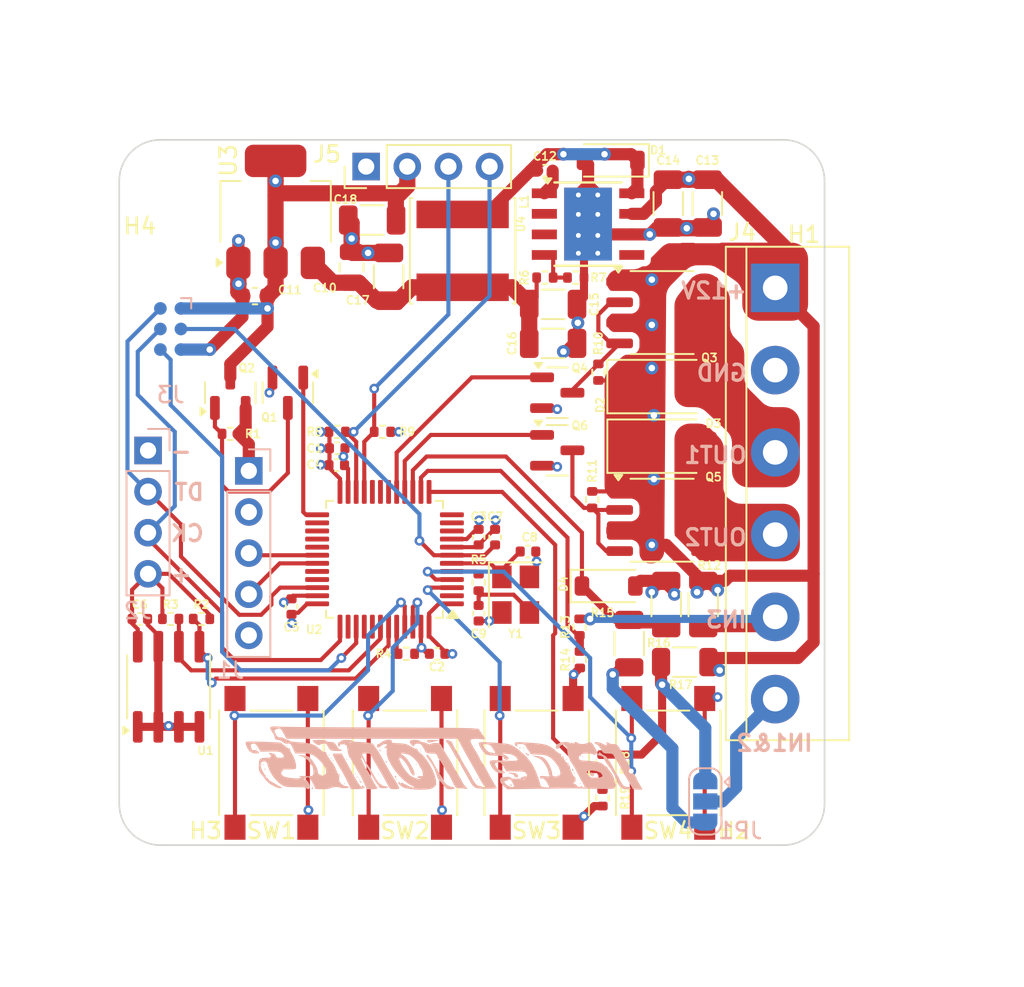
<source format=kicad_pcb>
(kicad_pcb (version 20240108) (generator "pcbnew") (generator_version "8.0")
  (layers (0 "F.Cu" signal) (1 "In1.Cu" signal) (2 "In2.Cu" signal) (31 "B.Cu" signal) (34 "B.Paste" user) (35 "F.Paste" user) (36 "B.SilkS" user "B.Silkscreen") (37 "F.SilkS" user "F.Silkscreen") (38 "B.Mask" user) (39 "F.Mask" user) (44 "Edge.Cuts" user))
  (net 0 "")
  (net 1 "+3V3")
  (net 2 "GND")
  (net 3 "/RST")
  (net 4 "/XTALI")
  (net 5 "/XTALR")
  (net 6 "+5V")
  (net 7 "/BT")
  (net 8 "+12V")
  (net 9 "/SNS3")
  (net 10 "/OUT1")
  (net 11 "/OUT2")
  (net 12 "Net-(J1-Pin_1)")
  (net 14 "/GPS_RX")
  (net 15 "/GPS_TX")
  (net 16 "/SWDIO")
  (net 17 "/SWCLK")
  (net 18 "/SNS2")
  (net 19 "/SNS1")
  (net 20 "/SDAD")
  (net 21 "/SCLD")
  (net 22 "Net-(Q1-D)")
  (net 23 "/PGPS")
  (net 24 "/Output1/PDRV")
  (net 25 "/DRV1")
  (net 26 "/Output2/PDRV")
  (net 27 "/DRV2")
  (net 29 "/SDAE")
  (net 30 "/SCLE")
  (net 31 "/BOOT0")
  (net 32 "/XTALO")
  (net 33 "/VSNS")
  (net 34 "/BTN1")
  (net 35 "/BTN2")
  (net 36 "/BTN3")
  (net 37 "/BTN4")
  (net 38 "Net-(D1-K)")
  (net 53 "/SIG1")
  (net 54 "/SWO")
  (net 55 "/SIG2")
  (net 56 "/SIG3")
  (net 57 "Net-(J4-Pin_6)")
  (footprint "Package_TO_SOT_SMD:SOT-223-3_TabPin2" (layer "F.Cu") (at 83.316384 52.712046 90)
    (property "Reference" "U3")
    (property "Value" "AMS1117-3.3")
  )
  (footprint "Capacitor_SMD:C_0402_1005Metric" (layer "F.Cu") (at 96.8725 72.799001 90)
    (property "Reference" "C7")
    (property "Value" "100n")
  )
  (footprint "Capacitor_SMD:C_1206_3216Metric" (layer "F.Cu") (at 100.457001 58.42)
    (property "Reference" "C15")
    (property "Value" "47u")
  )
  (footprint "Capacitor_SMD:C_0805_2012Metric" (layer "F.Cu") (at 88.011001 56.134 90)
    (property "Reference" "C10")
    (property "Value" "22u")
  )
  (footprint "Resistor_SMD:R_0402_1005Metric" (layer "F.Cu") (at 103.251001 62.611 90)
    (property "Reference" "R10")
    (property "Value" "4k7")
  )
  (footprint "Inductor_SMD:L_Changjiang_FNR6020S" (layer "F.Cu") (at 94.869001 55.118 -90)
    (property "Reference" "L1")
    (property "Value" "15u")
  )
  (footprint "Resistor_SMD:R_0402_1005Metric" (layer "F.Cu") (at 102.087624 78.359 -90)
    (property "Reference" "R13")
    (property "Value" "22k")
  )
  (footprint "Capacitor_SMD:C_1206_3216Metric" (layer "F.Cu") (at 90.297001 56.720001 90)
    (property "Reference" "C17")
    (property "Value" "47u")
  )
  (footprint "Resistor_SMD:R_0402_1005Metric" (layer "F.Cu") (at 102.108 80.370624 -90)
    (property "Reference" "R14")
    (property "Value" "4k7")
  )
  (footprint "Resistor_SMD:R_1206_3216Metric" (layer "F.Cu") (at 105.156 79.375 90)
    (property "Reference" "R15")
    (property "Value" "18k")
  )
  (footprint "Diode_SMD:D_SMA" (layer "F.Cu") (at 107.315001 67.183)
    (property "Reference" "D3")
    (property "Value" "SS54")
  )
  (footprint "Resistor_SMD:R_0402_1005Metric" (layer "F.Cu") (at 76.835001 77.851)
    (property "Reference" "R3")
    (property "Value" "4k7")
  )
  (footprint "Capacitor_SMD:C_0402_1005Metric" (layer "F.Cu") (at 93.295039 80.005168 180)
    (property "Reference" "C2")
    (property "Value" "100n")
  )
  (footprint "Diode_SMD:D_SOD-123" (layer "F.Cu") (at 103.886 75.819)
    (property "Reference" "D4")
    (property "Value" "MM1Z3V3")
  )
  (footprint "Capacitor_SMD:C_0402_1005Metric" (layer "F.Cu") (at 87.0935 68.354)
    (property "Reference" "C4")
    (property "Value" "100n")
  )
  (footprint "Package_SO:TI_SO-PowerPAD-8_ThermalVias" (layer "F.Cu") (at 102.616001 53.467)
    (property "Reference" "U4")
    (property "Value" "TPS5430DDA")
  )
  (footprint "Resistor_SMD:R_0402_1005Metric" (layer "F.Cu") (at 103.505 88.9 -90)
    (property "Reference" "R19")
    (property "Value" "4k7")
  )
  (footprint "Capacitor_SMD:C_0402_1005Metric" (layer "F.Cu") (at 87.122 67.31)
    (property "Reference" "C1")
    (property "Value" "10u")
  )
  (footprint "Resistor_SMD:R_0402_1005Metric" (layer "F.Cu") (at 91.390038 80.005166 180)
    (property "Reference" "R4")
    (property "Value" "10k")
  )
  (footprint "Button_Switch_SMD:SW_Push_1P1T_NO_6x6mm_H9.5mm" (layer "F.Cu") (at 99.441 86.741 90)
    (property "Reference" "SW3")
    (property "Value" "SW_Push")
  )
  (footprint "Resistor_SMD:R_0402_1005Metric" (layer "F.Cu") (at 99.949001 56.769)
    (property "Reference" "R6")
    (property "Value" "10k")
  )
  (footprint "Package_SO:SOIC-8_3.9x4.9mm_P1.27mm" (layer "F.Cu") (at 76.708001 82.042 90)
    (property "Reference" "U1")
    (property "Value" "AT24CS32-SSHM")
  )
  (footprint "Package_SO:SOP-8_3.9x4.9mm_P1.27mm" (layer "F.Cu") (at 107.188001 58.928)
    (property "Reference" "Q3")
    (property "Value" "Q_Dual_PMOS_S1G1S2G2D2D2D1D1")
  )
  (footprint "Capacitor_SMD:C_0402_1005Metric" (layer "F.Cu") (at 99.949001 50.165 180)
    (property "Reference" "C12")
    (property "Value" "10n")
  )
  (footprint "Connector_PinHeader_2.54mm:PinHeader_1x04_P2.54mm_Vertical" (layer "F.Cu") (at 88.910001 49.911001 90)
    (property "Reference" "J5")
    (property "Value" "Conn_01x04_Pin")
  )
  (footprint "Capacitor_SMD:C_0402_1005Metric" (layer "F.Cu") (at 95.8565 77.498 90)
    (property "Reference" "C9")
    (property "Value" "10p")
  )
  (footprint "Button_Switch_SMD:SW_Push_1P1T_NO_6x6mm_H9.5mm" (layer "F.Cu") (at 83.058 86.741 90)
    (property "Reference" "SW1")
    (property "Value" "SW_Push")
  )
  (footprint "Package_TO_SOT_SMD:SOT-23" (layer "F.Cu") (at 100.711 63.881)
    (property "Reference" "Q4")
    (property "Value" "AO3400A")
  )
  (footprint "Diode_SMD:D_SMA" (layer "F.Cu") (at 107.315001 63.5)
    (property "Reference" "D2")
    (property "Value" "SS54")
  )
  (footprint "Package_TO_SOT_SMD:SOT-23" (layer "F.Cu") (at 84.074 63.881 -90)
    (property "Reference" "Q1")
    (property "Value" "AO3400A")
  )
  (footprint "Capacitor_SMD:C_1206_3216Metric" (layer "F.Cu") (at 109.982001 52.197 -90)
    (property "Reference" "C13")
    (property "Value" "22u")
  )
  (footprint "Resistor_SMD:R_0402_1005Metric" (layer "F.Cu") (at 103.505 86.741 -90)
    (property "Reference" "R18")
    (property "Value" "22k")
  )
  (footprint "MountingHole:MountingHole_3.2mm_M3" (layer "F.Cu") (at 114.681 50.8)
    (property "Reference" "H1")
    (property "Value" "MountingHole")
  )
  (footprint "Package_TO_SOT_SMD:SOT-23" (layer "F.Cu") (at 80.518 63.881 90)
    (property "Reference" "Q2")
    (property "Value" "AO3401A")
  )
  (footprint "Resistor_SMD:R_0402_1005Metric" (layer "F.Cu") (at 78.740001 77.851 180)
    (property "Reference" "R2")
    (property "Value" "4k7")
  )
  (footprint "Capacitor_SMD:C_0402_1005Metric" (layer "F.Cu") (at 84.2995 77.089 90)
    (property "Reference" "C5")
    (property "Value" "100n")
  )
  (footprint "Package_TO_SOT_SMD:SOT-23" (layer "F.Cu") (at 100.711 67.437)
    (property "Reference" "Q6")
    (property "Value" "AO3400A")
  )
  (footprint "Capacitor_SMD:C_1206_3216Metric" (layer "F.Cu") (at 100.457001 60.833)
    (property "Reference" "C16")
    (property "Value" "47u")
  )
  (footprint "Capacitor_SMD:C_1206_3216Metric" (layer "F.Cu") (at 107.569001 52.197 -90)
    (property "Reference" "C14")
    (property "Value" "22u")
  )
  (footprint "Capacitor_SMD:C_0402_1005Metric" (layer "F.Cu") (at 74.930001 77.851)
    (property "Reference" "C6")
    (property "Value" "100n")
  )
  (footprint "Button_Switch_SMD:SW_Push_1P1T_NO_6x6mm_H9.5mm" (layer "F.Cu") (at 107.569 86.741 90)
    (property "Reference" "SW4")
    (property "Value" "SW_Push")
  )
  (footprint "Resistor_SMD:R_0402_1005Metric" (layer "F.Cu") (at 89.916 66.294 180)
    (property "Reference" "R9")
    (property "Value" "10k")
  )
  (footprint "MountingHole:MountingHole_3.2mm_M3" (layer "F.Cu") (at 114.681001 89.281001)
    (property "Reference" "H2")
    (property "Value" "MountingHole")
  )
  (footprint "Resistor_SMD:R_0402_1005Metric" (layer "F.Cu") (at 80.518 66.421)
    (property "Reference" "R1")
    (property "Value" "10k")
  )
  (footprint "Capacitor_SMD:C_0402_1005Metric" (layer "F.Cu") (at 95.8565 72.799001 -90)
    (property "Reference" "C3")
    (property "Value" "100n")
  )
  (footprint "Package_SO:SOP-8_3.9x4.9mm_P1.27mm" (layer "F.Cu") (at 107.188001 71.755)
    (property "Reference" "Q5")
    (property "Value" "Q_Dual_PMOS_S1G1S2G2D2D2D1D1")
  )
  (footprint "Resistor_SMD:R_0402_1005Metric" (layer "F.Cu") (at 87.122 66.294)
    (property "Reference" "R8")
    (property "Value" "10k")
  )
  (footprint "Crystal:Crystal_SMD_3225-4Pin_3.2x2.5mm" (layer "F.Cu") (at 98.142499 76.355 -90)
    (property "Reference" "Y1")
    (property "Value" "16MHz")
  )
  (footprint "Package_QFP:LQFP-48_7x7mm_P0.5mm" (layer "F.Cu") (at 90.043 74.168 180)
    (property "Reference" "U2")
    (property "Value" "STM32F103C8Tx")
  )
  (footprint "Capacitor_SMD:C_0402_1005Metric" (layer "F.Cu") (at 98.9045 73.688 180)
    (property "Reference" "C8")
    (property "Value" "10p")
  )
  (footprint "MountingHole:MountingHole_3.2mm_M3" (layer "F.Cu") (at 76.2 89.281)
    (property "Reference" "H3")
    (property "Value" "MountingHole")
  )
  (footprint "Resistor_SMD:R_0402_1005Metric" (layer "F.Cu") (at 102.87 70.485 -90)
    (property "Reference" "R11")
    (property "Value" "4k7")
  )
  (footprint "Button_Switch_SMD:SW_Push_1P1T_NO_6x6mm_H9.5mm" (layer "F.Cu") (at 91.313 86.741 90)
    (property "Reference" "SW2")
    (property "Value" "SW_Push")
  )
  (footprint "Diode_SMD:D_SOD-123" (layer "F.Cu") (at 104.013001 49.53 180)
    (property "Reference" "D1")
    (property "Value" "B5819W")
  )
  (footprint "Resistor_SMD:R_1206_3216Metric" (layer "F.Cu") (at 109.728 76.962 -90)
    (property "Reference" "R12")
    (property "Value" "1k")
  )
  (footprint "Resistor_SMD:R_1206_3216Metric" (layer "F.Cu") (at 107.442 76.962 90)
    (property "Reference" "R16")
    (property "Value" "2k2")
  )
  (footprint "Resistor_SMD:R_0402_1005Metric" (layer "F.Cu") (at 95.8565 75.593 90)
    (property "Reference" "R5")
    (property "Value" "510")
  )
  (footprint "Resistor_SMD:R_1206_3216Metric" (layer "F.Cu") (at 108.585001 80.518 180)
    (property "Reference" "R17")
    (property "Value" "1k")
  )
  (footprint "Capacitor_SMD:C_0603_1608Metric" (layer "F.Cu") (at 82.042001 57.912 180)
    (property "Reference" "C11")
    (property "Value" "22u")
  )
  (footprint "Capacitor_SMD:C_1206_3216Metric" (layer "F.Cu") (at 89.281001 53.213 180)
    (property "Reference" "C18")
    (property "Value" "100u")
  )
  (footprint "TerminalBlock:TerminalBlock_bornier-6_P5.08mm" (layer "F.Cu") (at 114.935001 57.404 -90)
    (property "Reference" "J4")
    (property "Value" "Screw_Terminal_01x06")
  )
  (footprint "Resistor_SMD:R_0402_1005Metric" (layer "F.Cu") (at 101.854001 56.769)
    (property "Reference" "R7")
    (property "Value" "3k3")
  )
  (footprint "MountingHole:MountingHole_3.2mm_M3" (layer "F.Cu") (at 76.2 50.8)
    (property "Reference" "H4")
    (property "Value" "MountingHole")
  )
  (footprint "Connector_PinHeader_2.54mm:PinHeader_1x05_P2.54mm_Vertical" (layer "B.Cu") (at 81.661001 68.707 180)
    (property "Reference" "J1")
    (property "Value" "Conn_01x05_Socket")
  )
  (footprint "Jumper:SolderJumper-3_P1.3mm_Open_RoundedPad1.0x1.5mm" (layer "B.Cu") (at 109.855 89.124 -90)
    (property "Reference" "JP1")
    (property "Value" "SolderJumper_3_Open")
  )
  (footprint "Connector:Tag-Connect_TC2030-IDC-NL_2x03_P1.27mm_Vertical" (layer "B.Cu") (at 76.835 59.944 -90)
    (property "Reference" "J3")
    (property "Value" "Conn_ARM_SWD_TagConnect_TC2030-NL")
  )
  (footprint "Connector_PinHeader_2.54mm:PinHeader_1x04_P2.54mm_Vertical" (layer "B.Cu") (at 75.438001 67.447 180)
    (property "Reference" "J2")
    (property "Value" "Conn_01x04_Pin")
  )
  (footprint "LOGO" (layer "B.Cu") (at 93.853 86.36 180)
    (property "Reference" "G1" (hide yes))
    (property "Value" "LOGO" (hide yes))
  )
  (gr_arc (start 76.2 91.821) (mid 74.403949 91.077051) (end 73.66 89.281) (stroke (width 0.1)) (layer "Edge.Cuts"))
  (gr_arc (start 114.681 48.26) (mid 116.477051 49.003949) (end 117.221 50.8) (stroke (width 0.1)) (layer "Edge.Cuts"))
  (gr_line (start 114.681 48.26) (end 76.200001 48.26) (stroke (width 0.1)) (layer "Edge.Cuts"))
  (gr_arc (start 117.221001 89.281001) (mid 116.477052 91.077052) (end 114.681001 91.821001) (stroke (width 0.1)) (layer "Edge.Cuts"))
  (gr_arc (start 73.660001 50.8) (mid 74.40395 49.003949) (end 76.200001 48.26) (stroke (width 0.1)) (layer "Edge.Cuts"))
  (gr_line (start 117.221 50.8) (end 117.221001 89.281001) (stroke (width 0.1)) (layer "Edge.Cuts"))
  (gr_line (start 76.2 91.821) (end 114.681001 91.821001) (stroke (width 0.1)) (layer "Edge.Cuts"))
  (gr_line (start 73.66 89.281) (end 73.660001 50.8) (stroke (width 0.1)) (layer "Edge.Cuts"))
  (gr_text "GND" (at 112.522 63.246 0) (layer "B.SilkS") (effects (font (size 1 1) (thickness 0.2) (bold yes)) (justify left bottom mirror)))
  (gr_text "CK" (at 78.994 73.152 0) (layer "B.SilkS") (effects (font (size 1 1) (thickness 0.2) (bold yes)) (justify left bottom mirror)))
  (gr_text "+12V" (at 112.522 58.166 0) (layer "B.SilkS") (effects (font (size 1 1) (thickness 0.2) (bold yes)) (justify left bottom mirror)))
  (gr_text "OUT2" (at 112.522 73.406 0) (layer "B.SilkS") (effects (font (size 1 1) (thickness 0.2) (bold yes)) (justify left bottom mirror)))
  (gr_text "IN3" (at 112.522 78.486 0) (layer "B.SilkS") (effects (font (size 1 1) (thickness 0.2) (bold yes)) (justify left bottom mirror)))
  (gr_text "DT" (at 78.994 70.612 0) (layer "B.SilkS") (effects (font (size 1 1) (thickness 0.2) (bold yes)) (justify left bottom mirror)))
  (gr_text "IN1&2" (at 116.586 86.106 0) (layer "B.SilkS") (effects (font (size 1 1) (thickness 0.2) (bold yes)) (justify left bottom mirror)))
  (gr_text "+" (at 78.232 75.692 0) (layer "B.SilkS") (effects (font (size 1 1) (thickness 0.2) (bold yes)) (justify left bottom mirror)))
  (gr_text "OUT1" (at 112.522 68.326 0) (layer "B.SilkS") (effects (font (size 1 1) (thickness 0.2) (bold yes)) (justify left bottom mirror)))
  (gr_text "-" (at 78.232 68.072 0) (layer "B.SilkS") (effects (font (size 1 1) (thickness 0.2) (bold yes)) (justify left bottom mirror)))
  (segment (start 84.328 78.105) (end 84.328 77.5975) (width 0.254) (layer "F.Cu") (net 1))
  (segment (start 91.001083 51.562) (end 83.439001 51.562) (width 1) (layer "F.Cu") (net 1))
  (segment (start 86.642 67.31) (end 86.106 67.31) (width 0.254) (layer "F.Cu") (net 1))
  (segment (start 90.743501 53.213) (end 90.743501 51.819582) (width 1) (layer "F.Cu") (net 1))
  (segment (start 74.450001 78.133001) (end 74.450001 77.851) (width 0.254) (layer "F.Cu") (net 1))
  (segment (start 87.293 69.188501) (end 86.6135 68.509) (width 0.254) (layer "F.Cu") (net 1))
  (segment (start 80.518 62.103) (end 82.817001 59.803999) (width 0.75) (layer "F.Cu") (net 1))
  (segment (start 82.817001 57.912) (end 83.312001 57.417) (width 1) (layer "F.Cu") (net 1))
  (segment (start 95.8565 72.319) (end 95.7155 72.319) (width 0.254) (layer "F.Cu") (net 1))
  (segment (start 79.25 77.599) (end 76.718 75.067) (width 0.254) (layer "F.Cu") (net 1))
  (segment (start 74.450001 76.055) (end 75.438001 75.067) (width 0.254) (layer "F.Cu") (net 1))
  (segment (start 83.439001 51.562) (end 83.312001 51.689) (width 1) (layer "F.Cu") (net 1))
  (segment (start 86.642 67.31) (end 86.642 66.323999) (width 0.254) (layer "F.Cu") (net 1))
  (segment (start 95.7155 72.319) (end 95.1165 72.918) (width 0.254) (layer "F.Cu") (net 1))
  (segment (start 84.328 77.5975) (end 84.2995 77.569) (width 0.254) (layer "F.Cu") (net 1))
  (segment (start 83.312001 50.800001) (end 83.312 50.8) (width 1) (layer "F.Cu") (net 1))
  (segment (start 94.229168 80.005168) (end 94.234 80.01) (width 0.254) (layer "F.Cu") (net 1))
  (segment (start 93.775038 79.875696) (end 93.775038 80.005167) (width 0.254) (layer "F.Cu") (net 1))
  (segment (start 83.312001 50.799999) (end 83.312001 49.555001) (width 1) (layer "F.Cu") (net 1))
  (segment (start 92.793 78.893657) (end 93.775038 79.875696) (width 0.254) (layer "F.Cu") (net 1))
  (segment (start 90.743501 51.819582) (end 91.001083 51.562) (width 1) (layer "F.Cu") (net 1))
  (segment (start 86.134 68.354) (end 86.106 68.326) (width 0.254) (layer "F.Cu") (net 1))
  (segment (start 93.389 76.918) (end 92.793 77.514) (width 0.254) (layer "F.Cu") (net 1))
  (segment (start 83.312 54.61) (end 83.312001 54.609999) (width 1) (layer "F.Cu") (net 1))
  (segment (start 79.25 77.851) (end 79.25 77.599) (width 0.254) (layer "F.Cu") (net 1))
  (segment (start 76.325001 75.954) (end 75.438001 75.067) (width 0.254) (layer "F.Cu") (net 1))
  (segment (start 86.6135 68.509) (end 86.6135 68.354) (width 0.254) (layer "F.Cu") (net 1))
  (segment (start 95.8565 72.319001) (end 95.8565 71.7835) (width 0.254) (layer "F.Cu") (net 1))
  (segment (start 85.8805 76.918) (end 85.261 76.918) (width 0.254) (layer "F.Cu") (net 1))
  (segment (start 82.817001 58.674) (end 82.817001 57.912) (width 0.75) (layer "F.Cu") (net 1))
  (segment (start 74.803001 79.567) (end 74.803001 78.486001) (width 0.254) (layer "F.Cu") (net 1))
  (segment (start 76.718 75.067) (end 75.438001 75.067) (width 0.254) (layer "F.Cu") (net 1))
  (segment (start 86.612001 66.294) (end 86.106 66.294) (width 0.254) (layer "F.Cu") (net 1))
  (segment (start 86.642 67.31) (end 86.642 68.3255) (width 0.254) (layer "F.Cu") (net 1))
  (segment (start 83.312001 54.609999) (end 83.312001 51.689) (width 1) (layer "F.Cu") (net 1))
  (segment (start 94.2055 76.918) (end 93.389 76.918) (width 0.254) (layer "F.Cu") (net 1))
  (segment (start 83.312001 51.689) (end 83.312001 50.800001) (width 1) (layer "F.Cu") (net 1))
  (segment (start 74.803001 78.486001) (end 74.450001 78.133001) (width 0.254) (layer "F.Cu") (net 1))
  (segment (start 84.709 77.47) (end 84.2995 77.47) (width 0.254) (layer "F.Cu") (net 1))
  (segment (start 80.518 62.943499) (end 80.518 62.103) (width 0.75) (layer "F.Cu") (net 1))
  (segment (start 83.312 50.8) (end 83.312001 50.799999) (width 1) (layer "F.Cu") (net 1))
  (segment (start 86.642 68.3255) (end 86.6135 68.354) (width 0.254) (layer "F.Cu") (net 1))
  (segment (start 82.817001 59.803999) (end 82.817001 58.674) (width 0.75) (layer "F.Cu") (net 1))
  (segment (start 87.293 70.0055) (end 87.293 69.188501) (width 0.254) (layer "F.Cu") (net 1))
  (segment (start 74.450001 77.851) (end 74.450001 76.055) (width 0.254) (layer "F.Cu") (net 1))
  (segment (start 86.642 66.323999) (end 86.612001 66.294) (width 0.254) (layer "F.Cu") (net 1))
  (segment (start 93.775039 80.005168) (end 94.229168 80.005168) (width 0.254) (layer "F.Cu") (net 1))
  (segment (start 92.793 77.514) (end 92.793 78.3305) (width 0.254) (layer "F.Cu") (net 1))
  (segment (start 91.450001 51.113082) (end 91.001083 51.562) (width 1) (layer "F.Cu") (net 1))
  (segment (start 95.1165 72.918) (end 94.2055 72.918002) (width 0.254) (layer "F.Cu") (net 1))
  (segment (start 85.261 76.918) (end 84.709 77.47) (width 0.254) (layer "F.Cu") (net 1))
  (segment (start 91.450001 49.911001) (end 91.450001 51.113082) (width 1) (layer "F.Cu") (net 1))
  (segment (start 85.8805 76.918) (end 85.968007 76.918) (width 0.254) (layer "F.Cu") (net 1))
  (segment (start 83.312001 55.854999) (end 83.312001 54.610001) (width 1) (layer "F.Cu") (net 1))
  (segment (start 90.425999 66.294) (end 90.932 66.294) (width 0.254) (layer "F.Cu") (net 1))
  (segment (start 92.793 78.330501) (end 92.793 78.893657) (width 0.254) (layer "F.Cu") (net 1))
  (segment (start 76.325001 77.851) (end 76.325001 75.954) (width 0.254) (layer "F.Cu") (net 1))
  (segment (start 83.312001 54.610001) (end 83.312 54.61) (width 1) (layer "F.Cu") (net 1))
  (segment (start 95.8565 71.7835) (end 95.885 71.755) (width 0.254) (layer "F.Cu") (net 1))
  (segment (start 86.6135 68.354) (end 86.134 68.354) (width 0.254) (layer "F.Cu") (net 1))
  (segment (start 83.312001 57.417) (end 83.312001 55.854999) (width 1) (layer "F.Cu") (net 1))
  (via (at 94.234 80.01) (size 0.6) (drill 0.3) (layers "F.Cu" "B.Cu") (net 1))
  (via (at 84.328 78.105) (size 0.6) (drill 0.3) (layers "F.Cu" "B.Cu") (net 1))
  (via (at 82.817001 58.674) (size 0.8) (drill 0.4) (layers "F.Cu" "B.Cu") (net 1))
  (via (at 83.312 50.8) (size 0.8) (drill 0.4) (layers "F.Cu" "B.Cu") (net 1))
  (via (at 86.106 67.31) (size 0.6) (drill 0.3) (layers "F.Cu" "B.Cu") (net 1))
  (via (at 86.106 66.294) (size 0.6) (drill 0.3) (layers "F.Cu" "B.Cu") (net 1))
  (via (at 90.932 66.294) (size 0.6) (drill 0.3) (layers "F.Cu" "B.Cu") (net 1))
  (via (at 86.106 68.326) (size 0.6) (drill 0.3) (layers "F.Cu" "B.Cu") (net 1))
  (via (at 95.885 71.755) (size 0.6) (drill 0.3) (layers "F.Cu" "B.Cu") (net 1))
  (via (at 83.312 54.61) (size 0.8) (drill 0.4) (layers "F.Cu" "B.Cu") (net 1))
  (segment (start 77.47 58.674) (end 82.817001 58.674) (width 0.75) (layer "B.Cu") (net 1))
  (segment (start 107.442 75.4995) (end 107.2535 75.4995) (width 0.5) (layer "F.Cu") (net 2))
  (segment (start 92.329 79.648205) (end 92.685962 80.005167) (width 0.254) (layer "F.Cu") (net 2))
  (segment (start 76.77 84.517) (end 78.613001 84.517) (width 0.5) (layer "F.Cu") (net 2))
  (segment (start 99.3845 74.295002) (end 99.4125 74.323002) (width 0.254) (layer "F.Cu") (net 2))
  (segment (start 99.441 74.295) (end 99.3845 74.345571) (width 0.254) (layer "F.Cu") (net 2))
  (segment (start 96.4915 78.006) (end 96.4635 77.978) (width 0.254) (layer "F.Cu") (net 2))
  (segment (start 87.602 67.719) (end 87.503 67.818) (width 0.254) (layer "F.Cu") (net 2))
  (segment (start 83.124 62.9435) (end 83.124 63.688) (width 0.254) (layer "F.Cu") (net 2))
  (segment (start 88.072 55.245) (end 88.011001 55.184001) (width 1) (layer "F.Cu") (net 2))
  (segment (start 109.982001 53.672) (end 109.933001 53.721) (width 1) (layer "F.Cu") (net 2))
  (segment (start 81.267001 59.194999) (end 81.267001 57.912) (width 0.75) (layer "F.Cu") (net 2))
  (segment (start 105.316001 54.102) (end 103.281001 54.102) (width 0.75) (layer "F.Cu") (net 2))
  (segment (start 101.932001 59.514001) (end 101.981 59.563) (width 0.5) (layer "F.Cu") (net 2))
  (segment (start 107.442 75.819) (end 107.95 76.327) (width 0.5) (layer "F.Cu") (net 2))
  (segment (start 92.685962 80.005167) (end 92.815039 80.005167) (width 0.254) (layer "F.Cu") (net 2))
  (segment (start 93.599 89.662) (end 93.563 89.626) (width 0.254) (layer "F.Cu") (net 2))
  (segment (start 108.712 53.721) (end 107.618001 53.721) (width 1) (layer "F.Cu") (net 2))
  (segment (start 99.3845 74.351002) (end 99.3845 74.863001) (width 0.254) (layer "F.Cu") (net 2))
  (segment (start 87.5735 68.354) (end 87.793 68.5735) (width 0.254) (layer "F.Cu") (net 2))
  (segment (start 110.363 52.832) (end 110.363 53.291001) (width 0.75) (layer "F.Cu") (net 2))
  (segment (start 87.5735 67.8885) (end 87.503 67.818) (width 0.254) (layer "F.Cu") (net 2))
  (segment (start 76.708 84.455) (end 76.77 84.517) (width 0.5) (layer "F.Cu") (net 2))
  (segment (start 101.932001 60.833) (end 101.6 60.833) (width 0.5) (layer "F.Cu") (net 2))
  (segment (start 75.410001 78.204001) (end 76.073001 78.867001) (width 0.254) (layer "F.Cu") (net 2))
  (segment (start 90.297001 55.245) (end 89.027 55.245) (width 1) (layer "F.Cu") (net 2))
  (segment (start 92.288065 79.645957) (end 92.288065 79.617141) (width 0.254) (layer "F.Cu") (net 2))
  (segment (start 92.329 79.629) (end 92.329 79.648205) (width 0.254) (layer "F.Cu") (net 2))
  (segment (start 102.617001 49.784) (end 102.617001 51.068) (width 0.75) (layer "F.Cu") (net 2))
  (segment (start 99.3845 74.170032) (end 99.47227 74.257802) (width 0.254) (layer "F.Cu") (net 2))
  (segment (start 92.293 79.612205) (end 92.309795 79.629) (width 0.254) (layer "F.Cu") (net 2))
  (segment (start 109.819 82.766) (end 110.528 82.766) (width 0.254) (layer "F.Cu") (net 2))
  (segment (start 87.793 68.5735) (end 87.793 70.0055) (width 0.254) (layer "F.Cu") (net 2))
  (segment (start 93.563 90.716) (end 93.563 89.698) (width 0.254) (layer "F.Cu") (net 2))
  (segment (start 102.617001 51.068) (end 103.216001 51.667) (width 0.75) (layer "F.Cu") (net 2))
  (segment (start 107.442 75.4995) (end 105.8555 75.4995) (width 0.75) (layer "F.Cu") (net 2))
  (segment (start 101.981 59.563) (end 101.932001 59.611999) (width 0.5) (layer "F.Cu") (net 2))
  (segment (start 101.708623 81.28) (end 101.691 81.297623) (width 0.5) (layer "F.Cu") (net 2))
  (segment (start 93.563 89.698) (end 93.599 89.662) (width 0.254) (layer "F.Cu") (net 2))
  (segment (start 83.124 63.688) (end 82.931 63.881) (width 0.254) (layer "F.Cu") (net 2))
  (segment (start 99.4125 74.323002) (end 99.3845 74.351002) (width 0.254) (layer "F.Cu") (net 2))
  (segment (start 76.073001 78.867001) (end 76.073001 79.567) (width 0.254) (layer "F.Cu") (net 2))
  (segment (start 105.8555 75.4995) (end 105.536 75.819) (width 0.75) (layer "F.Cu") (net 2))
  (segment (start 102.363001 49.53) (end 102.617001 49.784) (width 0.75) (layer "F.Cu") (net 2))
  (segment (start 81.026 57.15) (end 81.016384 57.140384) (width 1) (layer "F.Cu") (net 2))
  (segment (start 101.932001 58.42) (end 101.932001 59.514001) (width 0.5) (layer "F.Cu") (net 2))
  (segment (start 101.727 81.28) (end 101.708623 81.28) (width 0.5) (layer "F.Cu") (net 2))
  (segment (start 96.8725 72.319001) (end 96.8725 71.7835) (width 0.254) (layer "F.Cu") (net 2))
  (segment (start 107.2535 75.4995) (end 106.553 76.2) (width 0.5) (layer "F.Cu") (net 2))
  (segment (start 84.2995 76.51) (end 84.3915 76.418001) (width 0.254) (layer "F.Cu") (net 2))
  (segment (start 89.027 55.245) (end 88.072 55.245) (width 1) (layer "F.Cu") (net 2))
  (segment (start 95.8565 73.279) (end 95.7175 73.417999) (width 0.254) (layer "F.Cu") (net 2))
  (segment (start 99.7735 68.387) (end 100.645 68.387) (width 0.254) (layer "F.Cu") (net 2))
  (segment (start 109.933001 53.721) (end 108.712 53.721) (width 1) (layer "F.Cu") (net 2))
  (segment (start 85.344 89.662) (end 85.308 89.626) (width 0.254) (layer "F.Cu") (net 2))
  (segment (start 102.997001 89.409999) (end 102.364 90.043) (width 0.5) (layer "F.Cu") (net 2))
  (segment (start 99.7735 64.831) (end 100.645 64.831) (width 0.254) (layer "F.Cu") (net 2))
  (segment (start 102.364001 53.719) (end 102.616001 53.467) (width 0.5) (layer "F.Cu") (net 2))
  (segment (start 99.3845 74.863001) (end 98.992501 75.255) (width 0.254) (layer "F.Cu") (net 2))
  (segment (start 107.618001 53.721) (end 107.569001 53.672) (width 1) (layer "F.Cu") (net 2))
  (segment (start 75.410001 77.851) (end 75.410001 78.204001) (width 0.254) (layer "F.Cu") (net 2))
  (segment (start 96.8725 72.319) (end 96.8165 72.319) (width 0.254) (layer "F.Cu") (net 2))
  (segment (start 106.426 54.102) (end 106.426001 54.102) (width 0.75) (layer "F.Cu") (net 2))
  (segment (start 103.505 89.409999) (end 102.997001 89.409999) (width 0.5) (layer "F.Cu") (net 2))
  (segment (start 92.288065 79.617141) (end 92.293 79.612205) (width 0.254) (layer "F.Cu") (net 2))
  (segment (start 85.308 90.716) (end 85.308 89.698) (width 0.254) (layer "F.Cu") (net 2))
  (segment (start 102.364001 56.769) (end 102.364001 57.988) (width 0.5) (layer "F.Cu") (net 2))
  (segment (start 99.3845 74.345571) (end 99.3845 74.295002) (width 0.254) (layer "F.Cu") (net 2))
  (segment (start 96.508784 77.939707) (end 96.4915 78.006) (width 0.254) (layer "F.Cu") (net 2))
  (segment (start 107.442 75.4995) (end 107.442 75.819) (width 0.5) (layer "F.Cu") (net 2))
  (segment (start 110.528 82.766) (end 110.617 82.677) (width 0.254) (layer "F.Cu") (net 2))
  (segment (start 81.016384 57.140384) (end 81.016384 55.862046) (width 1) (layer "F.Cu") (net 2))
  (segment (start 84.2995 76.609) (end 84.046 76.609) (width 0.254) (layer "F.Cu") (net 2))
  (segment (start 81.016384 54.492616) (end 81.026 54.483) (width 0.75) (layer "F.Cu") (net 2))
  (segment (start 106.426001 54.102) (end 106.856001 53.672) (width 0.75) (layer "F.Cu") (net 2))
  (segment (start 102.362 90.045) (end 101.691 90.716) (width 0.5) (layer "F.Cu") (net 2))
  (segment (start 96.52 77.978) (end 96.5195 77.978) (width 0.254) (layer "F.Cu") (net 2))
  (segment (start 91.900038 80.005166) (end 92.259249 79.645957) (width 0.254) (layer "F.Cu") (net 2))
  (segment (start 84.3915 76.418001) (end 85.8805 76.418001) (width 0.254) (layer "F.Cu") (net 2))
  (segment (start 102.617001 51.068) (end 102.615001 51.068) (width 0.75) (layer "F.Cu") (net 2))
  (segment (start 81.012001 57.163999) (end 81.026 57.15) (width 1) (layer "F.Cu") (net 2))
  (segment (start 81.012001 57.657) (end 81.012001 57.163999) (width 1) (layer "F.Cu") (net 2))
  (segment (start 102.364001 56.769) (end 102.364001 53.719) (width 0.5) (layer "F.Cu") (net 2))
  (segment (start 84.046 76.609) (end 83.82 76.835) (width 0.254) (layer "F.Cu") (net 2))
  (segment (start 87.602 67.31) (end 87.602 67.719) (width 0.254) (layer "F.Cu") (net 2))
  (segment (start 100.645 64.831) (end 100.711 64.897) (width 0.254) (layer "F.Cu") (net 2))
  (segment (start 88.011001 54.356001) (end 88.011 54.356) (width 1) (layer "F.Cu") (net 2))
  (segment (start 101.6 60.833) (end 101.092 61.341) (width 0.5) (layer "F.Cu") (net 2))
  (segment (start 93.563 89.626) (end 93.563 82.766) (width 0.254) (layer "F.Cu") (net 2))
  (segment (start 96.5195 77.978) (end 96.508784 77.939707) (width 0.254) (layer "F.Cu") (net 2))
  (segment (start 97.292501 77.455001) (end 96.7695 77.978001) (width 0.254) (layer "F.Cu") (net 2))
  (segment (start 103.281001 54.102) (end 103.216001 54.167) (width 0.75) (layer "F.Cu") (net 2))
  (segment (start 88.011 54.356) (end 88.011001 54.355999) (width 1) (layer "F.Cu") (net 2))
  (segment (start 96.4635 77.978) (end 95.8565 77.978001) (width 0.254) (layer "F.Cu") (net 2))
  (segment (start 85.308 89.626) (end 85.308 82.766) (width 0.254) (layer "F.Cu") (net 2))
  (segment (start 79.248 61.214) (end 81.267001 59.194999) (width 0.75) (layer "F.Cu") (net 2))
  (segment (start 88.011001 53.4055) (end 87.818501 53.213) (width 1) (layer "F.Cu") (net 2))
  (segment (start 102.362 90.043) (end 102.362 90.045) (width 0.5) (layer "F.Cu") (net 2))
  (segment (start 102.364 90.043) (end 102.362 90.043) (width 0.5) (layer "F.Cu") (net 2))
  (segment (start 76.646 84.517) (end 76.708 84.455) (width 0.5) (layer "F.Cu") (net 2))
  (segment (start 101.727 81.261623) (end 101.727 81.28) (width 0.5) (layer "F.Cu") (net 2))
  (segment (start 101.691 81.297623) (end 101.691 82.766) (width 0.5) (layer "F.Cu") (net 2))
  (segment (start 99.3845 73.688) (end 99.3845 74.170032) (width 0.254) (layer "F.Cu") (net 2))
  (segment (start 102.364001 57.988) (end 101.932001 58.42) (width 0.5) (layer "F.Cu") (net 2))
  (segment (start 106.856001 53.672) (end 107.569001 53.672) (width 0.75) (layer "F.Cu") (net 2))
  (segment (start 88.011001 54.355999) (end 88.011001 53.4055) (width 1) (layer "F.Cu") (net 2))
  (segment (start 110.363 53.291001) (end 109.982001 53.672) (width 0.75) (layer "F.Cu") (net 2))
  (segment (start 81.267001 57.912) (end 81.012001 57.657) (width 1) (layer "F.Cu") (net 2))
  (segment (start 99.47227 74.257802) (end 99.441 74.295) (width 0.254) (layer "F.Cu") (net 2))
  (segment (start 88.011001 55.184001) (end 88.011001 54.356001) (width 1) (layer "F.Cu") (net 2))
  (segment (start 92.259249 79.645957) (end 92.288065 79.645957) (width 0.254) (layer "F.Cu") (net 2))
  (segment (start 101.932001 59.611999) (end 101.932001 60.833) (width 0.5) (layer "F.Cu") (net 2))
  (segment (start 95.7175 73.417999) (end 94.2055 73.418) (width 0.254) (layer "F.Cu") (net 2))
  (segment (start 102.108 80.880623) (end 101.727 81.261623) (width 0.5) (layer "F.Cu") (net 2))
  (segment (start 96.7695 77.978001) (end 96.52 77.978) (width 0.254) (layer "F.Cu") (net 2))
  (segment (start 92.293 79.612205) (end 92.293 78.330501) (width 0.254) (layer "F.Cu") (net 2))
  (segment (start 92.309795 79.629) (end 92.329 79.629) (width 0.254) (layer "F.Cu") (net 2))
  (segment (start 96.8165 72.319) (end 95.8565 73.279) (width 0.254) (layer "F.Cu") (net 2))
  (segment (start 85.308 89.698) (end 85.344 89.662) (width 0.254) (layer "F.Cu") (net 2))
  (segment (start 109.819 82.766) (end 109.819 90.716) (width 0.254) (layer "F.Cu") (net 2))
  (segment (start 76.073001 79.567) (end 76.073001 84.517) (width 0.5) (layer "F.Cu") (net 2))
  (segment (start 100.645 68.387) (end 100.711 68.453) (width 0.254) (layer "F.Cu") (net 2))
  (segment (start 81.016384 55.862046) (end 81.016384 54.492616) (width 0.75) (layer "F.Cu") (net 2))
  (segment (start 87.5735 68.354) (end 87.5735 67.8885) (width 0.254) (layer "F.Cu") (net 2))
  (segment (start 74.803001 84.517) (end 76.646 84.517) (width 0.5) (layer "F.Cu") (net 2))
  (segment (start 102.615001 51.068) (end 102.016001 51.667) (width 0.75) (layer "F.Cu") (net 2))
  (segment (start 96.8725 71.7835) (end 96.901 71.755) (width 0.254) (layer "F.Cu") (net 2))
  (segment (start 105.316001 54.102) (end 106.426 54.102) (width 0.75) (layer "F.Cu") (net 2))
  (via (at 81.026 54.483) (size 0.8) (drill 0.4) (layers "F.Cu" "B.Cu") (net 2))
  (via (at 92.329 79.629) (size 0.6) (drill 0.3) (layers "F.Cu" "B.Cu") (net 2))
  (via (at 101.981 59.563) (size 0.8) (drill 0.4) (layers "F.Cu" "B.Cu") (net 2))
  (via (at 106.426 54.102) (size 0.8) (drill 0.4) (layers "F.Cu" "B.Cu") (net 2))
  (via (at 110.363 52.832) (size 0.8) (drill 0.4) (layers "F.Cu" "B.Cu") (net 2))
  (via (at 76.708 84.455) (size 0.6) (drill 0.3) (layers "F.Cu" "B.Cu") (net 2))
  (via (at 100.711 64.897) (size 0.6) (drill 0.3) (layers "F.Cu" "B.Cu") (net 2))
  (via (at 100.711 68.453) (size 0.6) (drill 0.3) (layers "F.Cu" "B.Cu") (net 2))
  (via (at 110.617 82.677) (size 0.6) (drill 0.3) (layers "F.Cu" "B.Cu") (net 2))
  (via (at 96.901 71.755) (size 0.6) (drill 0.3) (layers "F.Cu" "B.Cu") (net 2))
  (via (at 85.344 89.662) (size 0.6) (drill 0.3) (layers "F.Cu" "B.Cu") (net 2))
  (via (at 81.026 57.15) (size 0.8) (drill 0.4) (layers "F.Cu" "B.Cu") (net 2))
  (via (at 93.599 89.662) (size 0.6) (drill 0.3) (layers "F.Cu" "B.Cu") (net 2))
  (via (at 99.441 74.295) (size 0.6) (drill 0.3) (layers "F.Cu" "B.Cu") (net 2))
  (via (at 82.931 63.881) (size 0.6) (drill 0.3) (layers "F.Cu" "B.Cu") (net 2))
  (via (at 96.52 77.978) (size 0.6) (drill 0.3) (layers "F.Cu" "B.Cu") (net 2))
  (via (at 89.027 55.245) (size 0.8) (drill 0.4) (layers "F.Cu" "B.Cu") (net 2))
  (via (at 88.011 54.356) (size 0.8) (drill 0.4) (layers "F.Cu" "B.Cu") (net 2))
  (via (at 102.362 90.043) (size 0.6) (drill 0.3) (layers "F.Cu" "B.Cu") (net 2))
  (via (at 106.553 76.2) (size 0.8) (drill 0.4) (layers "F.Cu" "B.Cu") (net 2))
  (via (at 79.248 61.214) (size 0.8) (drill 0.4) (layers "F.Cu" "B.Cu") (net 2))
  (via (at 107.95 76.327) (size 0.8) (drill 0.4) (layers "F.Cu" "B.Cu") (net 2))
  (via (at 87.503 67.818) (size 0.6) (drill 0.3) (layers "F.Cu" "B.Cu") (net 2))
  (via (at 108.712 53.721) (size 0.8) (drill 0.4) (layers "F.Cu" "B.Cu") (net 2))
  (via (at 83.82 76.835) (size 0.6) (drill 0.3) (layers "F.Cu" "B.Cu") (net 2))
  (via (at 101.092 61.341) (size 0.8) (drill 0.4) (layers "F.Cu" "B.Cu") (net 2))
  (via (at 101.727 81.28) (size 0.6) (drill 0.3) (layers "F.Cu" "B.Cu") (net 2))
  (segment (start 79.248 61.214) (end 77.47 61.214) (width 0.75) (layer "B.Cu") (net 2))
  (segment (start 96.2335 73.918) (end 94.2055 73.918001) (width 0.254) (layer "F.Cu") (net 3))
  (segment (start 96.8725 73.279) (end 96.2335 73.918) (width 0.254) (layer "F.Cu") (net 3))
  (segment (start 93.095 73.918) (end 92.202 73.025) (width 0.254) (layer "F.Cu") (net 3))
  (segment (start 94.2055 73.918) (end 93.095 73.918) (width 0.254) (layer "F.Cu") (net 3))
  (via (at 92.202 73.025) (size 0.6) (drill 0.3) (layers "F.Cu" "B.Cu") (net 3))
  (segment (start 92.202 71.374) (end 92.202 73.025) (width 0.254) (layer "B.Cu") (net 3))
  (segment (start 80.772 59.944) (end 92.202 71.374) (width 0.254) (layer "B.Cu") (net 3))
  (segment (start 77.47 59.944) (end 80.772 59.944) (width 0.254) (layer "B.Cu") (net 3))
  (segment (start 95.691498 74.918) (end 94.2055 74.918001) (width 0.254) (layer "F.Cu") (net 4))
  (segment (start 95.8565 75.083002) (end 95.691498 74.918) (width 0.254) (layer "F.Cu") (net 4))
  (segment (start 95.8565 76.103) (end 95.8565 76.482) (width 0.254) (layer "F.Cu") (net 5))
  (segment (start 95.9835 76.355) (end 95.8565 76.482) (width 0.254) (layer "F.Cu") (net 5))
  (segment (start 98.0155 76.355) (end 95.9835 76.355) (width 0.254) (layer "F.Cu") (net 5))
  (segment (start 95.8565 76.482) (end 95.8565 77.018001) (width 0.254) (layer "F.Cu") (net 5))
  (segment (start 98.9925 77.332) (end 98.0155 76.355) (width 0.254) (layer "F.Cu") (net 5))
  (segment (start 86.838337 57.083999) (end 88.011001 57.083999) (width 1) (layer "F.Cu") (net 6))
  (segment (start 98.982001 58.42) (end 98.982001 60.833) (width 1) (layer "F.Cu") (net 6))
  (segment (start 91.730001 57.368) (end 90.902999 58.195002) (width 1) (layer "F.Cu") (net 6))
  (segment (start 97.930001 57.368) (end 98.982001 58.42) (width 1) (layer "F.Cu") (net 6))
  (segment (start 99.439001 57.963) (end 98.982001 58.42) (width 0.254) (layer "F.Cu") (net 6))
  (segment (start 89.564003 58.195002) (end 90.297001 58.195002) (width 1) (layer "F.Cu") (net 6))
  (segment (start 88.453 57.083999) (end 89.564003 58.195002) (width 1) (layer "F.Cu") (net 6))
  (segment (start 85.616384 55.862046) (end 86.838337 57.083999) (width 1) (layer "F.Cu") (net 6))
  (segment (start 94.869001 57.368) (end 91.730001 57.368) (width 1) (layer "F.Cu") (net 6))
  (segment (start 99.439001 56.769) (end 99.439001 57.963) (width 0.254) (layer "F.Cu") (net 6))
  (segment (start 94.869001 57.368) (end 97.930001 57.368) (width 1) (layer "F.Cu") (net 6))
  (segment (start 90.902999 58.195002) (end 90.297001 58.195002) (width 1) (layer "F.Cu") (net 6))
  (segment (start 88.011001 57.083999) (end 88.453 57.083999) (width 1) (layer "F.Cu") (net 6))
  (segment (start 100.429001 51.049) (end 99.916001 51.562) (width 0.75) (layer "F.Cu") (net 7))
  (segment (start 100.429001 50.165) (end 100.429001 51.049) (width 0.75) (layer "F.Cu") (net 7))
  (segment (start 109.728 75.4995) (end 109.6625 75.4995) (width 0.75) (layer "F.Cu") (net 8))
  (segment (start 110.539001 50.722) (end 114.935001 55.118) (width 1) (layer "F.Cu") (net 8))
  (segment (start 104.935999 63.120999) (end 105.315 63.5) (width 0.254) (layer "F.Cu") (net 8))
  (segment (start 110.301501 80.264) (end 115.57 80.264) (width 0.75) (layer "F.Cu") (net 8))
  (segment (start 106.553 73.279) (end 106.553 72.39) (width 0.75) (layer "F.Cu") (net 8))
  (segment (start 110.0435 75.4995) (end 110.617 76.073) (width 0.75) (layer "F.Cu") (net 8))
  (segment (start 109.728 75.819) (end 109.347 76.2) (width 0.5) (layer "F.Cu") (net 8))
  (segment (start 107.442 73.279) (end 106.553 73.279) (width 0.75) (layer "F.Cu") (net 8))
  (segment (start 106.807001 52.07) (end 106.807001 51.435) (width 0.75) (layer "F.Cu") (net 8))
  (segment (start 109.982001 50.722) (end 110.539001 50.722) (width 1) (layer "F.Cu") (net 8))
  (segment (start 106.553 72.39) (end 106.553 72.39) (width 0.75) (layer "F.Cu") (net 8))
  (segment (start 110.236 80.518) (end 110.744 81.026) (width 0.75) (layer "F.Cu") (net 8))
  (segment (start 111.379 75.184) (end 116.419001 75.184) (width 0.75) (layer "F.Cu") (net 8))
  (segment (start 109.6625 75.4995) (end 107.442 73.279) (width 0.75) (layer "F.Cu") (net 8))
  (segment (start 109.728 75.4995) (end 111.0635 75.4995) (width 0.75) (layer "F.Cu") (net 8))
  (segment (start 110.047501 80.518) (end 110.301501 80.264) (width 0.75) (layer "F.Cu") (net 8))
  (segment (start 109.728 75.4995) (end 109.728 75.819) (width 0.5) (layer "F.Cu") (net 8))
  (segment (start 116.546001 79.287999) (end 116.546001 75.057) (width 0.75) (layer "F.Cu") (net 8))
  (segment (start 106.807001 51.435) (end 107.520001 50.722) (width 0.75) (layer "F.Cu") (net 8))
  (segment (start 111.0635 75.4995) (end 111.379 75.184) (width 0.75) (layer "F.Cu") (net 8))
  (segment (start 107.520001 50.722) (end 107.569001 50.722) (width 0.75) (layer "F.Cu") (net 8))
  (segment (start 103.251001 63.120999) (end 104.935999 63.120999) (width 0.254) (layer "F.Cu") (net 8))
  (segment (start 114.935001 55.118) (end 114.935001 57.404) (width 1) (layer "F.Cu") (net 8))
  (segment (start 116.546 59.776999) (end 114.173001 57.404) (width 0.75) (layer "F.Cu") (net 8))
  (segment (start 106.045001 52.832) (end 106.807001 52.07) (width 0.75) (layer "F.Cu") (net 8))
  (segment (start 115.57 80.264) (end 116.546001 79.287999) (width 0.75) (layer "F.Cu") (net 8))
  (segment (start 106.553 72.39) (end 104.563001 72.39) (width 0.75) (layer "F.Cu") (net 8))
  (segment (start 108.839 50.673) (end 108.888 50.722) (width 1) (layer "F.Cu") (net 8))
  (segment (start 110.047501 80.518) (end 110.236 80.518) (width 0.75) (layer "F.Cu") (net 8))
  (segment (start 116.546001 75.057) (end 116.546 59.776999) (width 0.75) (layer "F.Cu") (net 8))
  (segment (start 105.316001 52.832) (end 106.045001 52.832) (width 0.75) (layer "F.Cu") (net 8))
  (segment (start 104.438 69.975001) (end 104.563001 69.85) (width 0.254) (layer "F.Cu") (net 8))
  (segment (start 109.728 75.4995) (end 110.0435 75.4995) (width 0.75) (layer "F.Cu") (net 8))
  (segment (start 107.569001 50.722) (end 108.79 50.722) (width 1) (layer "F.Cu") (net 8))
  (segment (start 116.419001 75.184) (end 116.546001 75.057) (width 0.75) (layer "F.Cu") (net 8))
  (segment (start 102.87 69.975001) (end 104.438 69.975001) (width 0.254) (layer "F.Cu") (net 8))
  (segment (start 108.79 50.722) (end 108.839 50.673) (width 1) (layer "F.Cu") (net 8))
  (segment (start 108.888 50.722) (end 109.982001 50.722) (width 1) (layer "F.Cu") (net 8))
  (via (at 106.553 62.357) (size 0.8) (drill 0.4) (layers "F.Cu" "B.Cu") (net 8))
  (via (at 106.553 59.69) (size 0.8) (drill 0.4) (layers "F.Cu" "B.Cu") (net 8))
  (via (at 106.553 73.279) (size 0.8) (drill 0.4) (layers "F.Cu" "B.Cu") (net 8))
  (via (at 106.68 65.278) (size 0.8) (drill 0.4) (layers "F.Cu" "B.Cu") (net 8))
  (via (at 110.617 76.073) (size 0.8) (drill 0.4) (layers "F.Cu" "B.Cu") (net 8))
  (via (at 106.553 56.896) (size 0.8) (drill 0.4) (layers "F.Cu" "B.Cu") (net 8))
  (via (at 108.839 50.673) (size 0.8) (drill 0.4) (layers "F.Cu" "B.Cu") (net 8))
  (via (at 106.68 69.215) (size 0.8) (drill 0.4) (layers "F.Cu" "B.Cu") (net 8))
  (via (at 110.744 81.026) (size 0.8) (drill 0.4) (layers "F.Cu" "B.Cu") (net 8))
  (via (at 109.347 76.2) (size 0.8) (drill 0.4) (layers "F.Cu" "B.Cu") (net 8))
  (segment (start 114.361501 78.2975) (end 114.935001 77.724) (width 0.75) (layer "F.Cu") (net 9))
  (segment (start 109.728 78.4245) (end 109.855 78.2975) (width 0.75) (layer "F.Cu") (net 9))
  (segment (start 109.855 78.2975) (end 113.599501 78.2975) (width 0.75) (layer "F.Cu") (net 9))
  (segment (start 113.599501 78.2975) (end 114.173001 77.724) (width 0.75) (layer "F.Cu") (net 9))
  (segment (start 102.087624 77.849001) (end 102.741001 77.849001) (width 0.5) (layer "F.Cu") (net 9))
  (segment (start 102.741001 77.849001) (end 102.743 77.851) (width 0.5) (layer "F.Cu") (net 9))
  (via (at 102.743 77.851) (size 0.8) (drill 0.4) (layers "F.Cu" "B.Cu") (net 9))
  (segment (start 114.046001 77.851) (end 102.743 77.851) (width 0.5) (layer "B.Cu") (net 9))
  (segment (start 114.173001 77.724) (end 114.046001 77.851) (width 0.5) (layer "B.Cu") (net 9))
  (segment (start 81.027999 66.421) (end 81.468 65.980999) (width 0.75) (layer "F.Cu") (net 12))
  (segment (start 81.661001 67.054002) (end 81.027999 66.421) (width 0.75) (layer "F.Cu") (net 12))
  (segment (start 81.661001 68.707) (end 81.661001 67.054002) (width 0.75) (layer "F.Cu") (net 12))
  (segment (start 81.468 65.980999) (end 81.468 64.8185) (width 0.75) (layer "F.Cu") (net 12))
  (segment (start 85.8805 74.418) (end 83.570001 74.418) (width 0.254) (layer "F.Cu") (net 14))
  (segment (start 83.570001 74.418) (end 81.661001 76.327) (width 0.254) (layer "F.Cu") (net 14))
  (segment (start 81.792001 73.918) (end 85.8805 73.918) (width 0.254) (layer "F.Cu") (net 15))
  (segment (start 81.661001 73.787) (end 81.792001 73.918) (width 0.254) (layer "F.Cu") (net 15))
  (segment (start 83.594 75.918) (end 83.058 76.454) (width 0.254) (layer "F.Cu") (net 16))
  (segment (start 83.058 76.454) (end 83.058 76.962) (width 0.254) (layer "F.Cu") (net 16))
  (segment (start 77.460001 72.009) (end 75.438001 69.987) (width 0.254) (layer "F.Cu") (net 16))
  (segment (start 81.072295 77.597) (end 77.47 73.994705) (width 0.254) (layer "F.Cu") (net 16))
  (segment (start 77.47 73.994705) (end 77.47 72.009) (width 0.254) (layer "F.Cu") (net 16))
  (segment (start 83.058 76.962) (end 82.423 77.597) (width 0.254) (layer "F.Cu") (net 16))
  (segment (start 77.47 72.009) (end 77.460001 72.009) (width 0.254) (layer "F.Cu") (net 16))
  (segment (start 82.423 77.597) (end 81.072295 77.597) (width 0.254) (layer "F.Cu") (net 16))
  (segment (start 85.8805 75.918) (end 83.594 75.918) (width 0.254) (layer "F.Cu") (net 16))
  (segment (start 74.168 60.706) (end 76.2 58.674) (width 0.254) (layer "B.Cu") (net 16))
  (segment (start 75.438001 69.987) (end 74.168 68.716999) (width 0.254) (layer "B.Cu") (net 16))
  (segment (start 74.168 68.716999) (end 74.168 60.706) (width 0.254) (layer "B.Cu") (net 16))
  (segment (start 86.106 80.391) (end 80.772 80.391) (width 0.254) (layer "F.Cu") (net 17))
  (segment (start 75.438001 72.898001) (end 75.438001 72.527) (width 0.254) (layer "F.Cu") (net 17))
  (segment (start 80.772 80.391) (end 80.01 79.629) (width 0.254) (layer "F.Cu") (net 17))
  (segment (start 87.293 78.3305) (end 87.293 79.204) (width 0.254) (layer "F.Cu") (net 17))
  (segment (start 87.293 78.330501) (end 87.293 78.063388) (width 0.254) (layer "F.Cu") (net 17))
  (segment (start 87.293 79.204) (end 86.106 80.391) (width 0.254) (layer "F.Cu") (net 17))
  (segment (start 80.01 79.629) (end 80.01 77.47) (width 0.254) (layer "F.Cu") (net 17))
  (segment (start 80.01 77.47) (end 75.438001 72.898001) (width 0.254) (layer "F.Cu") (net 17))
  (segment (start 77.089 66.294) (end 74.803 64.008) (width 0.254) (layer "B.Cu") (net 17))
  (segment (start 74.803 64.008) (end 74.803 61.341) (width 0.254) (layer "B.Cu") (net 17))
  (segment (start 77.089 70.876001) (end 77.089 66.294) (width 0.254) (layer "B.Cu") (net 17))
  (segment (start 75.438001 72.527) (end 77.089 70.876001) (width 0.254) (layer "B.Cu") (net 17))
  (segment (start 74.803 61.341) (end 76.2 59.944) (width 0.254) (layer "B.Cu") (net 17))
  (segment (start 107.122501 81.849501) (end 107.188 81.915) (width 0.75) (layer "F.Cu") (net 18))
  (segment (start 107.122501 80.518) (end 107.122501 81.849501) (width 0.75) (layer "F.Cu") (net 18))
  (segment (start 105.919999 86.231001) (end 107.188 84.963) (width 0.5) (layer "F.Cu") (net 18))
  (segment (start 103.505 86.231001) (end 105.919999 86.231001) (width 0.5) (layer "F.Cu") (net 18))
  (segment (start 107.188 84.963) (end 107.188 81.915) (width 0.5) (layer "F.Cu") (net 18))
  (via (at 107.188 81.915) (size 0.8) (drill 0.4) (layers "F.Cu" "B.Cu") (net 18))
  (segment (start 109.855 84.582) (end 107.188 81.915) (width 0.75) (layer "B.Cu") (net 18))
  (segment (start 109.855 87.824) (end 109.855 84.582) (width 0.75) (layer "B.Cu") (net 18))
  (segment (start 105.156 80.8375) (end 104.5825 80.8375) (width 0.5) (layer "F.Cu") (net 19))
  (segment (start 104.5825 80.8375) (end 104.14 81.28) (width 0.5) (layer "F.Cu") (net 19))
  (via (at 104.14 81.28) (size 0.8) (drill 0.4) (layers "F.Cu" "B.Cu") (net 19))
  (segment (start 107.823 85.852) (end 104.14 82.169) (width 0.75) (layer "B.Cu") (net 19))
  (segment (start 107.823 89.535) (end 107.823 85.852) (width 0.75) (layer "B.Cu") (net 19))
  (segment (start 109.855 90.424) (end 108.712 90.424) (width 0.75) (layer "B.Cu") (net 19))
  (segment (start 104.14 82.169) (end 104.14 81.28) (width 0.75) (layer "B.Cu") (net 19))
  (segment (start 108.712 90.424) (end 107.823 89.535) (width 0.75) (layer "B.Cu") (net 19))
  (segment (start 87.631999 66.294) (end 87.677548 66.294) (width 0.254) (layer "F.Cu") (net 20))
  (segment (start 88.293 66.909452) (end 88.293 70.0055) (width 0.254) (layer "F.Cu") (net 20))
  (segment (start 87.631999 66.294) (end 88.138 66.294) (width 0.254) (layer "F.Cu") (net 20))
  (segment (start 87.677548 66.294) (end 88.293 66.909452) (width 0.254) (layer "F.Cu") (net 20))
  (via (at 88.138 66.294) (size 0.6) (drill 0.3) (layers "F.Cu" "B.Cu") (net 20))
  (segment (start 96.530001 57.901999) (end 96.530001 49.911001) (width 0.254) (layer "B.Cu") (net 20))
  (segment (start 88.138 66.294) (end 96.530001 57.901999) (width 0.254) (layer "B.Cu") (net 20))
  (segment (start 89.406001 63.628999) (end 89.406001 66.294) (width 0.254) (layer "F.Cu") (net 21))
  (segment (start 88.793001 70.0055) (end 88.793001 66.907) (width 0.254) (layer "F.Cu") (net 21))
  (segment (start 88.793001 66.907) (end 89.406001 66.294) (width 0.254) (layer "F.Cu") (net 21))
  (segment (start 89.408 63.627) (end 89.406001 63.628999) (width 0.254) (layer "F.Cu") (net 21))
  (via (at 89.408 63.627) (size 0.6) (drill 0.3) (layers "F.Cu" "B.Cu") (net 21))
  (segment (start 89.408 63.627) (end 93.990001 59.044999) (width 0.254) (layer "B.Cu") (net 21))
  (segment (start 93.990001 59.044999) (end 93.990001 49.911001) (width 0.254) (layer "B.Cu") (net 21))
  (segment (start 82.931 69.977) (end 80.391 69.977) (width 0.254) (layer "F.Cu") (net 22))
  (segment (start 84.074 68.834) (end 82.931 69.977) (width 0.254) (layer "F.Cu") (net 22))
  (segment (start 84.074 64.818501) (end 84.074 68.834) (width 0.254) (layer "F.Cu") (net 22))
  (segment (start 79.568 65.980999) (end 80.008001 66.421) (width 0.254) (layer "F.Cu") (net 22))
  (segment (start 80.008001 69.594001) (end 80.008001 66.421) (width 0.254) (layer "F.Cu") (net 22))
  (segment (start 80.391 69.977) (end 80.008001 69.594001) (width 0.254) (layer "F.Cu") (net 22))
  (segment (start 79.568 64.8185) (end 79.568 65.980999) (width 0.254) (layer "F.Cu") (net 22))
  (segment (start 85.195 71.418) (end 85.8805 71.418) (width 0.254) (layer "F.Cu") (net 23))
  (segment (start 85.024 71.247) (end 85.195 71.418) (width 0.254) (layer "F.Cu") (net 23))
  (segment (start 85.024 62.9435) (end 85.024 71.247) (width 0.254) (layer "F.Cu") (net 23))
  (segment (start 101.648501 63.881) (end 101.648501 63.703501) (width 0.254) (layer "F.Cu") (net 24))
  (segment (start 101.648501 63.703501) (end 103.251001 62.101001) (width 0.254) (layer "F.Cu") (net 24))
  (segment (start 104.563001 58.293) (end 104.013 58.293) (width 0.254) (layer "F.Cu") (net 24))
  (segment (start 103.251 60.071) (end 104.013 60.833) (width 0.254) (layer "F.Cu") (net 24))
  (segment (start 103.295 62.101001) (end 104.563001 60.833) (width 0.254) (layer "F.Cu") (net 24))
  (segment (start 103.251 59.055) (end 103.251 60.071) (width 0.254) (layer "F.Cu") (net 24))
  (segment (start 104.013 58.293) (end 103.251 59.055) (width 0.254) (layer "F.Cu") (net 24))
  (segment (start 103.251001 62.101001) (end 103.295 62.101001) (width 0.254) (layer "F.Cu") (net 24))
  (segment (start 104.013 60.833) (end 104.563001 60.833) (width 0.254) (layer "F.Cu") (net 24))
  (segment (start 90.793 67.576) (end 90.793 70.0055) (width 0.254) (layer "F.Cu") (net 25))
  (segment (start 95.438 62.931) (end 90.793 67.576) (width 0.254) (layer "F.Cu") (net 25))
  (segment (start 99.7735 62.931) (end 95.438 62.931) (width 0.254) (layer "F.Cu") (net 25))
  (segment (start 102.87 70.994999) (end 103.251 71.375999) (width 0.254) (layer "F.Cu") (net 26))
  (segment (start 104.563001 71.12) (end 102.995001 71.12) (width 0.254) (layer "F.Cu") (net 26))
  (segment (start 103.738002 73.66) (end 104.563001 73.66) (width 0.254) (layer "F.Cu") (net 26))
  (segment (start 101.648501 70.279501) (end 101.648501 67.437) (width 0.254) (layer "F.Cu") (net 26))
  (segment (start 102.995001 71.12) (end 102.87 70.994999) (width 0.254) (layer "F.Cu") (net 26))
  (segment (start 103.251 71.375999) (end 103.251 73.172998) (width 0.254) (layer "F.Cu") (net 26))
  (segment (start 102.363999 70.994999) (end 101.648501 70.279501) (width 0.254) (layer "F.Cu") (net 26))
  (segment (start 103.251 73.172998) (end 103.738002 73.66) (width 0.254) (layer "F.Cu") (net 26))
  (segment (start 102.87 70.994999) (end 102.363999 70.994999) (width 0.254) (layer "F.Cu") (net 26))
  (segment (start 91.292999 68.092001) (end 92.898 66.487) (width 0.254) (layer "F.Cu") (net 27))
  (segment (start 92.898 66.487) (end 99.7735 66.487) (width 0.254) (layer "F.Cu") (net 27))
  (segment (start 91.292999 70.0055) (end 91.292999 68.092001) (width 0.254) (layer "F.Cu") (net 27))
  (segment (start 78.613001 79.567) (end 78.613001 79.756001) (width 0.254) (layer "F.Cu") (net 29))
  (segment (start 90.293 79.506) (end 88.265 81.534) (width 0.254) (layer "F.Cu") (net 29))
  (segment (start 78.613001 78.233999) (end 78.230002 77.851) (width 0.254) (layer "F.Cu") (net 29))
  (segment (start 78.613001 79.756001) (end 79.121 80.264) (width 0.254) (layer "F.Cu") (net 29))
  (segment (start 78.613001 79.567) (end 78.613001 78.233999) (width 0.254) (layer "F.Cu") (net 29))
  (segment (start 79.629 81.534) (end 79.375 81.788) (width 0.254) (layer "F.Cu") (net 29))
  (segment (start 88.265 81.534) (end 79.629 81.534) (width 0.254) (layer "F.Cu") (net 29))
  (segment (start 90.293 78.3305) (end 90.293 79.506) (width 0.254) (layer "F.Cu") (net 29))
  (via (at 79.121 80.264) (size 0.6) (drill 0.3) (layers "F.Cu" "B.Cu") (net 29))
  (via (at 79.375 81.788) (size 0.6) (drill 0.3) (layers "F.Cu" "B.Cu") (net 29))
  (segment (start 79.121 80.264) (end 79.121 81.534) (width 0.254) (layer "B.Cu") (net 29))
  (segment (start 79.121 81.534) (end 79.375 81.788) (width 0.254) (layer "B.Cu") (net 29))
  (segment (start 89.793 78.3305) (end 89.793 79.067999) (width 0.254) (layer "F.Cu") (net 30))
  (segment (start 77.343001 80.264001) (end 77.343001 79.567) (width 0.254) (layer "F.Cu") (net 30))
  (segment (start 89.793 79.067999) (end 87.834999 81.026) (width 0.254) (layer "F.Cu") (net 30))
  (segment (start 77.343001 79.567) (end 77.343001 77.853) (width 0.254) (layer "F.Cu") (net 30))
  (segment (start 87.834999 81.026) (end 78.105 81.026) (width 0.254) (layer "F.Cu") (net 30))
  (segment (start 77.343001 77.853) (end 77.345001 77.851) (width 0.254) (layer "F.Cu") (net 30))
  (segment (start 78.105 81.026) (end 77.343001 80.264001) (width 0.254) (layer "F.Cu") (net 30))
  (segment (start 90.793001 78.330501) (end 90.793 79.918127) (width 0.254) (layer "F.Cu") (net 31))
  (segment (start 90.793 79.918127) (end 90.880039 80.005166) (width 0.254) (layer "F.Cu") (net 31))
  (segment (start 97.292501 74.82) (end 97.292501 75.255) (width 0.254) (layer "F.Cu") (net 32))
  (segment (start 94.2055 74.418) (end 96.5825 74.418) (width 0.254) (layer "F.Cu") (net 32))
  (segment (start 96.5825 74.418) (end 97.292501 75.128001) (width 0.254) (layer "F.Cu") (net 32))
  (segment (start 98.4245 73.688001) (end 97.292501 74.82) (width 0.254) (layer "F.Cu") (net 32))
  (segment (start 100.459001 56.769) (end 101.344001 56.769) (width 0.254) (layer "F.Cu") (net 33))
  (segment (start 100.459001 55.372) (end 99.916001 55.372) (width 0.254) (layer "F.Cu") (net 33))
  (segment (start 100.459001 56.769) (end 100.459001 55.372) (width 0.254) (layer "F.Cu") (net 33))
  (segment (start 91.292999 78.3305) (end 91.292999 77.068999) (width 0.254) (layer "F.Cu") (net 34))
  (segment (start 80.808 83.856) (end 80.772 83.82) (width 0.254) (layer "F.Cu") (net 34))
  (segment (start 80.772 83.82) (end 80.808 83.784) (width 0.254) (layer "F.Cu") (net 34))
  (segment (start 80.808 83.784) (end 80.808 82.766) (width 0.254) (layer "F.Cu") (net 34))
  (segment (start 91.292999 77.068999) (end 91.059 76.835) (width 0.254) (layer "F.Cu") (net 34))
  (segment (start 80.808 90.716) (end 80.808 83.856) (width 0.254) (layer "F.Cu") (net 34))
  (via (at 91.059 76.835) (size 0.6) (drill 0.3) (layers "F.Cu" "B.Cu") (net 34))
  (via (at 80.772 83.82) (size 0.6) (drill 0.3) (layers "F.Cu" "B.Cu") (net 34))
  (segment (start 89.027 81.026) (end 86.233 83.82) (width 0.254) (layer "B.Cu") (net 34))
  (segment (start 91.059 76.835) (end 89.027 78.867) (width 0.254) (layer "B.Cu") (net 34))
  (segment (start 86.233 83.82) (end 80.772 83.82) (width 0.254) (layer "B.Cu") (net 34))
  (segment (start 89.027 78.867) (end 89.027 81.026) (width 0.254) (layer "B.Cu") (net 34))
  (segment (start 89.063 83.784) (end 89.063 82.766) (width 0.254) (layer "F.Cu") (net 35))
  (segment (start 91.793 78.3305) (end 91.793 77.117) (width 0.254) (layer "F.Cu") (net 35))
  (segment (start 89.063 90.716) (end 89.063 83.856) (width 0.254) (layer "F.Cu") (net 35))
  (segment (start 89.027 83.82) (end 89.063 83.784) (width 0.254) (layer "F.Cu") (net 35))
  (segment (start 91.793 77.117) (end 92.075 76.835) (width 0.254) (layer "F.Cu") (net 35))
  (segment (start 89.063 83.856) (end 89.027 83.82) (width 0.254) (layer "F.Cu") (net 35))
  (via (at 89.027 83.82) (size 0.6) (drill 0.3) (layers "F.Cu" "B.Cu") (net 35))
  (via (at 92.075 76.835) (size 0.6) (drill 0.3) (layers "F.Cu" "B.Cu") (net 35))
  (segment (start 90.551 82.296) (end 90.551 79.629) (width 0.254) (layer "B.Cu") (net 35))
  (segment (start 89.027 83.82) (end 90.551 82.296) (width 0.254) (layer "B.Cu") (net 35))
  (segment (start 90.551 79.629) (end 92.075 78.105) (width 0.254) (layer "B.Cu") (net 35))
  (segment (start 92.075 78.105) (end 92.075 76.835) (width 0.254) (layer "B.Cu") (net 35))
  (segment (start 94.2055 75.918) (end 92.865 75.918) (width 0.254) (layer "F.Cu") (net 36))
  (segment (start 97.191 82.766) (end 97.191 83.784) (width 0.254) (layer "F.Cu") (net 36))
  (segment (start 97.155 83.82) (end 97.191 83.856) (width 0.254) (layer "F.Cu") (net 36))
  (segment (start 97.191 83.784) (end 97.155 83.82) (width 0.254) (layer "F.Cu") (net 36))
  (segment (start 92.865 75.918) (end 92.71 76.073) (width 0.254) (layer "F.Cu") (net 36))
  (segment (start 97.191 83.856) (end 97.191 90.716) (width 0.254) (layer "F.Cu") (net 36))
  (via (at 92.71 76.073) (size 0.6) (drill 0.3) (layers "F.Cu" "B.Cu") (net 36))
  (via (at 97.155 83.82) (size 0.6) (drill 0.3) (layers "F.Cu" "B.Cu") (net 36))
  (segment (start 97.155 80.518) (end 97.155 83.82) (width 0.254) (layer "B.Cu") (net 36))
  (segment (start 92.71 76.073) (end 97.155 80.518) (width 0.254) (layer "B.Cu") (net 36))
  (segment (start 105.319 85.181) (end 105.319 82.766) (width 0.254) (layer "F.Cu") (net 37))
  (segment (start 94.2055 75.417999) (end 93.197999 75.417999) (width 0.254) (layer "F.Cu") (net 37))
  (segment (start 93.197999 75.417999) (end 92.71 74.93) (width 0.254) (layer "F.Cu") (net 37))
  (segment (start 105.319 87.285) (end 105.283 87.249) (width 0.254) (layer "F.Cu") (net 37))
  (segment (start 105.319 90.716) (end 105.319 87.285) (width 0.254) (layer "F.Cu") (net 37))
  (segment (start 105.283 85.217) (end 105.319 85.181) (width 0.254) (layer "F.Cu") (net 37))
  (via (at 105.283 85.217) (size 0.6) (drill 0.3) (layers "F.Cu" "B.Cu") (net 37))
  (via (at 92.71 74.93) (size 0.6) (drill 0.3) (layers "F.Cu" "B.Cu") (net 37))
  (via (at 105.283 87.249) (size 0.6) (drill 0.3) (layers "F.Cu" "B.Cu") (net 37))
  (segment (start 102.743 80.264) (end 102.743 82.677) (width 0.254) (layer "B.Cu") (net 37))
  (segment (start 105.283 85.217) (end 105.283 87.249) (width 0.254) (layer "B.Cu") (net 37))
  (segment (start 97.409 74.93) (end 102.743 80.264) (width 0.254) (layer "B.Cu") (net 37))
  (segment (start 102.743 82.677) (end 105.283 85.217) (width 0.254) (layer "B.Cu") (net 37))
  (segment (start 92.71 74.93) (end 97.409 74.93) (width 0.254) (layer "B.Cu") (net 37))
  (segment (start 103.632 49.149) (end 105.282001 49.149) (width 0.75) (layer "F.Cu") (net 38))
  (segment (start 99.469001 50.165) (end 99.060001 50.165) (width 0.75) (layer "F.Cu") (net 38))
  (segment (start 100.076001 49.149) (end 101.092 49.149) (width 0.75) (layer "F.Cu") (net 38))
  (segment (start 99.060001 50.165) (end 100.076001 49.149) (width 0.75) (layer "F.Cu") (net 38))
  (segment (start 105.663001 49.53) (end 105.663001 51.215) (width 0.75) (layer "F.Cu") (net 38))
  (segment (start 96.357001 52.868) (end 94.869001 52.868) (width 0.75) (layer "F.Cu") (net 38))
  (segment (start 99.060001 50.165) (end 96.357001 52.868) (width 0.75) (layer "F.Cu") (net 38))
  (segment (start 105.663001 51.215) (end 105.316001 51.562) (width 0.75) (layer "F.Cu") (net 38))
  (segment (start 105.282001 49.149) (end 105.663001 49.53) (width 0.75) (layer "F.Cu") (net 38))
  (via (at 101.092 49.149) (size 0.8) (drill 0.4) (layers "F.Cu" "B.Cu") (net 38))
  (via (at 103.632 49.149) (size 0.8) (drill 0.4) (layers "F.Cu" "B.Cu") (net 38))
  (segment (start 103.632 49.149) (end 101.092 49.149) (width 0.75) (layer "B.Cu") (net 38))
  (segment (start 97.536 67.818) (end 92.6465 67.818) (width 0.254) (layer "F.Cu") (net 53))
  (segment (start 92.6465 67.818) (end 91.793 68.6715) (width 0.254) (layer "F.Cu") (net 53))
  (segment (start 105.436074 78.192574) (end 107.210074 78.192574) (width 0.5) (layer "F.Cu") (net 53))
  (segment (start 102.236 75.819) (end 102.236 72.518) (width 0.254) (layer "F.Cu") (net 53))
  (segment (start 102.236 72.518) (end 97.536 67.818) (width 0.254) (layer "F.Cu") (net 53))
  (segment (start 102.236 75.819) (end 104.3295 77.9125) (width 0.5) (layer "F.Cu") (net 53))
  (segment (start 107.210074 78.192574) (end 107.442 78.4245) (width 0.5) (layer "F.Cu") (net 53))
  (segment (start 105.156 77.9125) (end 105.436074 78.192574) (width 0.5) (layer "F.Cu") (net 53))
  (segment (start 91.793 68.6715) (end 91.793 70.0055) (width 0.254) (layer "F.Cu") (net 53))
  (segment (start 104.3295 77.9125) (end 105.156 77.9125) (width 0.5) (layer "F.Cu") (net 53))
  (segment (start 88.293 78.3305) (end 88.293 79.347) (width 0.254) (layer "F.Cu") (net 54))
  (segment (start 88.293 79.347) (end 87.376 80.264) (width 0.254) (layer "F.Cu") (net 54))
  (via (at 87.376 80.264) (size 0.6) (drill 0.3) (layers "F.Cu" "B.Cu") (net 54))
  (segment (start 80.01 79.883) (end 80.01 67.818) (width 0.254) (layer "B.Cu") (net 54))
  (segment (start 76.835 64.643) (end 76.835 61.849) (width 0.254) (layer "B.Cu") (net 54))
  (segment (start 87.376 80.264) (end 86.614 81.026) (width 0.254) (layer "B.Cu") (net 54))
  (segment (start 81.153 81.026) (end 80.01 79.883) (width 0.254) (layer "B.Cu") (net 54))
  (segment (start 80.01 67.818) (end 76.835 64.643) (width 0.254) (layer "B.Cu") (net 54))
  (segment (start 86.614 81.026) (end 81.153 81.026) (width 0.254) (layer "B.Cu") (net 54))
  (segment (start 76.835 61.849) (end 76.2 61.214) (width 0.254) (layer "B.Cu") (net 54))
  (segment (start 100.457 78.867) (end 100.584 78.74) (width 0.254) (layer "F.Cu") (net 55))
  (segment (start 100.584 73.279) (end 97.3105 70.0055) (width 0.254) (layer "F.Cu") (net 55))
  (segment (start 100.584 78.74) (end 100.584 73.279) (width 0.254) (layer "F.Cu") (net 55))
  (segment (start 103.505 88.390001) (end 103.505 87.250999) (width 0.5) (layer "F.Cu") (net 55))
  (segment (start 103.505 87.250999) (end 102.490999 87.250999) (width 0.254) (layer "F.Cu") (net 55))
  (segment (start 102.490999 87.250999) (end 100.457 85.217) (width 0.254) (layer "F.Cu") (net 55))
  (segment (start 100.457 85.217) (end 100.457 78.867) (width 0.254) (layer "F.Cu") (net 55))
  (segment (start 97.3105 70.0055) (end 92.793 70.0055) (width 0.254) (layer "F.Cu") (net 55))
  (segment (start 92.293 69.124) (end 92.293 70.0055) (width 0.254) (layer "F.Cu") (net 56))
  (segment (start 101.346 72.8345) (end 97.2185 68.707) (width 0.254) (layer "F.Cu") (net 56))
  (segment (start 102.087624 78.868999) (end 101.982999 78.868999) (width 0.254) (layer "F.Cu") (net 56))
  (segment (start 92.71 68.707) (end 92.293 69.124) (width 0.254) (layer "F.Cu") (net 56))
  (segment (start 101.982999 78.868999) (end 101.346 78.232) (width 0.254) (layer "F.Cu") (net 56))
  (segment (start 97.2185 68.707) (end 92.71 68.707) (width 0.254) (layer "F.Cu") (net 56))
  (segment (start 102.108 79.860625) (end 102.108 78.889375) (width 0.5) (layer "F.Cu") (net 56))
  (segment (start 102.108 78.889375) (end 102.087624 78.868999) (width 0.5) (layer "F.Cu") (net 56))
  (segment (start 101.346 78.232) (end 101.346 72.8345) (width 0.254) (layer "F.Cu") (net 56))
  (segment (start 111.76 88.265) (end 111.76 85.217001) (width 0.75) (layer "B.Cu") (net 57))
  (segment (start 109.855 89.124) (end 110.901 89.124) (width 0.75) (layer "B.Cu") (net 57))
  (segment (start 110.901 89.124) (end 111.76 88.265) (width 0.75) (layer "B.Cu") (net 57))
  (segment (start 111.76 85.217001) (end 114.173001 82.804) (width 0.75) (layer "B.Cu") (net 57))
  (zone (net 10) (net_name "/OUT1") (layer "F.Cu") (priority 2) (connect_pads yes (clearance 0.4)) (min_thickness 0.25) (fill yes (thermal_gap 0.5) (thermal_bridge_width 0.5) (smoothing fillet) (radius 1))
    (polygon (pts (xy 109.22 56.515) (xy 107.95 58.166) (xy 107.95 64.77) (xy 109.601 64.77) (xy 111.506 66.548) (xy 111.506 69.723) (xy 115.697 69.723) (xy 115.697 64.77) (xy 113.665 64.77) (xy 112.268 63.373) (xy 112.268 61.087) (xy 111.379 60.198) (xy 111.379 57.785) (xy 110.363 56.515)))
  )
  (zone (net 11) (net_name "/OUT2") (layer "F.Cu") (priority 1) (connect_pads yes (clearance 0.4)) (min_thickness 0.25) (fill yes (thermal_gap 0.5) (thermal_bridge_width 0.5) (smoothing fillet) (radius 1))
    (polygon (pts (xy 115.697 70.739) (xy 115.697 74.295) (xy 109.347 74.295) (xy 107.95 72.898) (xy 107.95 65.786) (xy 109.855 65.786) (xy 110.998 66.929) (xy 110.966279 70.185947) (xy 111.76 70.739)))
  )
  (zone (net 8) (net_name "+12V") (layer "F.Cu") (priority 3) (connect_pads yes (clearance 0.4)) (min_thickness 0.25) (fill yes (thermal_gap 0.5) (thermal_bridge_width 0.5) (smoothing fillet) (radius 1))
    (polygon (pts (xy 112.141 59.436) (xy 112.141 57.277) (xy 110.363 56.007) (xy 108.966 56.007) (xy 107.442 57.531) (xy 107.315 74.422) (xy 105.791 74.422) (xy 105.791 73.152) (xy 103.632 73.152) (xy 103.632 71.628) (xy 105.791 71.628) (xy 105.791 70.612) (xy 103.632 70.612) (xy 103.632 62.738) (xy 104.902 61.468) (xy 105.664 61.468) (xy 105.664 60.198) (xy 103.759 60.198) (xy 103.759 58.801) (xy 105.664 58.801) (xy 105.664 57.785) (xy 103.759 57.785) (xy 103.759 56.261) (xy 105.791 56.261) (xy 107.442 54.61) (xy 116.205 54.61) (xy 116.205 59.436)))
  )
)
</source>
